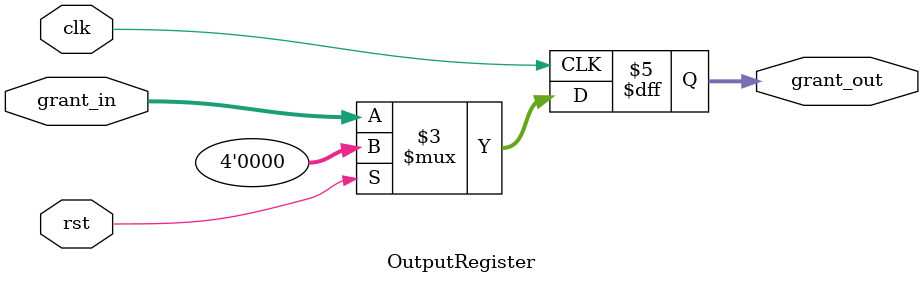
<source format=sv>
module EmergencyArbiter (
    input           clk,
    input           rst,
    input  [3:0]    req,
    input           emergency,
    output [3:0]    grant
);

    // 组合逻辑信号
    wire [3:0] normal_grant;
    wire [3:0] emergency_grant;
    wire [3:0] final_grant;

    // 组合逻辑模块实例化
    PriorityArbiter priority_arbiter_inst (
        .req        (req),
        .grant      (normal_grant)
    );

    EmergencyHandler emergency_handler_inst (
        .emergency  (emergency),
        .emerg_grant(emergency_grant)
    );

    GrantSelector grant_selector_inst (
        .normal_grant   (normal_grant),
        .emergency_grant(emergency_grant),
        .emergency      (emergency),
        .final_grant    (final_grant)
    );

    // 时序逻辑模块实例化
    OutputRegister output_register_inst (
        .clk        (clk),
        .rst        (rst),
        .grant_in   (final_grant),
        .grant_out  (grant)
    );

endmodule

// 纯组合逻辑模块
module PriorityArbiter (
    input  [3:0] req,
    output [3:0] grant
);
    assign grant = req & (~req + 1);
endmodule

// 纯组合逻辑模块
module EmergencyHandler (
    input           emergency,
    output [3:0]    emerg_grant
);
    assign emerg_grant = 4'b1000;
endmodule

// 纯组合逻辑模块
module GrantSelector (
    input  [3:0] normal_grant,
    input  [3:0] emergency_grant,
    input        emergency,
    output [3:0] final_grant
);
    assign final_grant = emergency ? emergency_grant : normal_grant;
endmodule

// 纯时序逻辑模块
module OutputRegister (
    input           clk,
    input           rst,
    input  [3:0]    grant_in,
    output reg [3:0] grant_out
);
    always @(posedge clk) begin
        if (rst)
            grant_out <= 4'b0000;
        else
            grant_out <= grant_in;
    end
endmodule
</source>
